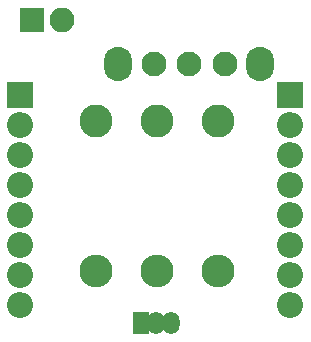
<source format=gbr>
%TF.GenerationSoftware,KiCad,Pcbnew,5.1.5*%
%TF.CreationDate,2020-11-01T11:17:01+00:00*%
%TF.ProjectId,board,626f6172-642e-46b6-9963-61645f706362,rev?*%
%TF.SameCoordinates,Original*%
%TF.FileFunction,Soldermask,Top*%
%TF.FilePolarity,Negative*%
%FSLAX46Y46*%
G04 Gerber Fmt 4.6, Leading zero omitted, Abs format (unit mm)*
G04 Created by KiCad (PCBNEW 5.1.5) date 2020-11-01 11:17:01*
%MOMM*%
%LPD*%
G04 APERTURE LIST*
%ADD10C,2.100000*%
%ADD11O,2.400000X2.900000*%
%ADD12C,2.800000*%
%ADD13O,2.800000X2.800000*%
%ADD14R,2.200000X2.200000*%
%ADD15O,2.200000X2.200000*%
%ADD16O,2.100000X2.100000*%
%ADD17R,2.100000X2.100000*%
%ADD18O,1.450000X1.900000*%
%ADD19R,1.450000X1.900000*%
G04 APERTURE END LIST*
D10*
%TO.C,SW1*%
X144780000Y-91440000D03*
X141780000Y-91440000D03*
X138780000Y-91440000D03*
D11*
X147780000Y-91440000D03*
X135780000Y-91440000D03*
%TD*%
D12*
%TO.C,R2*%
X139044999Y-96265001D03*
D13*
X139044999Y-108965001D03*
%TD*%
D14*
%TO.C,P2*%
X150350000Y-94050000D03*
D15*
X150350000Y-96590000D03*
X150350000Y-99130000D03*
X150350000Y-101670000D03*
X150350000Y-104210000D03*
X150350000Y-106750000D03*
X150350000Y-109290000D03*
X150350000Y-111830000D03*
%TD*%
D16*
%TO.C,J1*%
X130980000Y-87730000D03*
D17*
X128440000Y-87730000D03*
%TD*%
D18*
%TO.C,U1*%
X138970000Y-113360000D03*
X140240000Y-113360000D03*
D19*
X137700000Y-113360000D03*
%TD*%
D14*
%TO.C,P1*%
X127490000Y-94050000D03*
D15*
X127490000Y-96590000D03*
X127490000Y-99130000D03*
X127490000Y-101670000D03*
X127490000Y-104210000D03*
X127490000Y-106750000D03*
X127490000Y-109290000D03*
X127490000Y-111830000D03*
%TD*%
D12*
%TO.C,R1*%
X144194999Y-96265001D03*
D13*
X144194999Y-108965001D03*
%TD*%
D12*
%TO.C,R3*%
X133894999Y-96265001D03*
D13*
X133894999Y-108965001D03*
%TD*%
M02*

</source>
